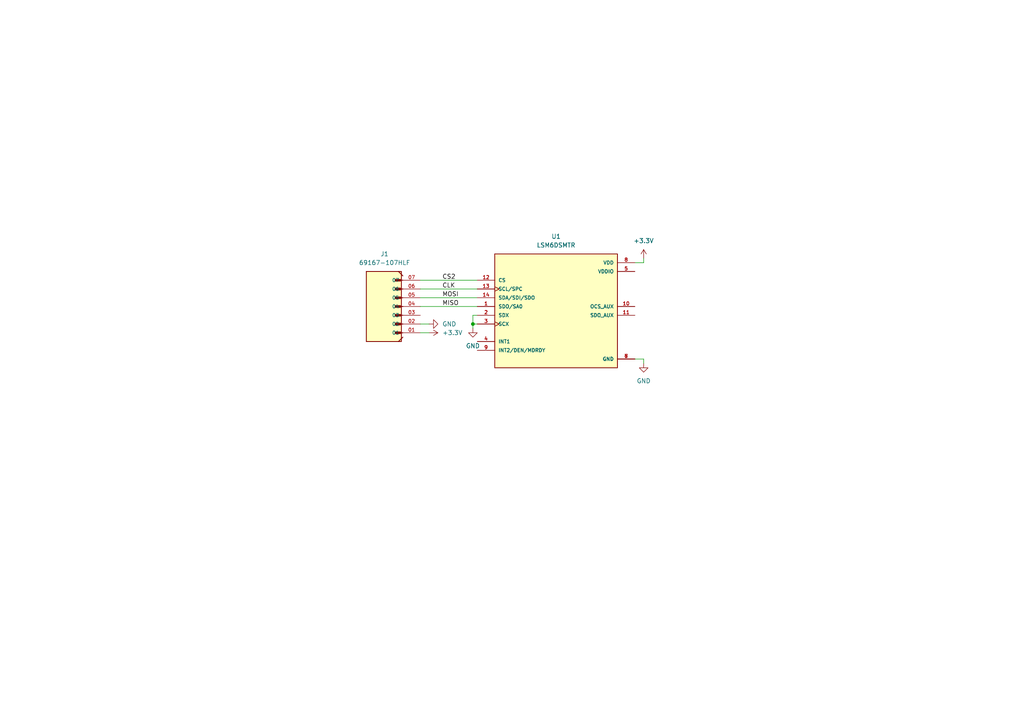
<source format=kicad_sch>
(kicad_sch (version 20230121) (generator eeschema)
  (paper "A4")
  (lib_symbols
    (symbol "69167-107HLF:69167-107HLF" (pin_names (offset 1.016))
      (property "Reference" "J" (at -5.58 10.16 0))
      (property "Value" "69167-107HLF" (at -5.08 -12.7 0))
      (symbol "69167-107HLF_0_0"
        (rectangle (start -4.647 -10.16) (end 5.513 10.16) (stroke (width 0.254)) (fill (type background)))
        (rectangle (start -4.445 -7.9375) (end -2.8575 -7.3025) (stroke (width 0.1)) (fill (type outline)))
        (rectangle (start -4.445 -5.3975) (end -2.8575 -4.7625) (stroke (width 0.1)) (fill (type outline)))
        (rectangle (start -4.445 -2.8575) (end -2.8575 -2.2225) (stroke (width 0.1)) (fill (type outline)))
        (rectangle (start -4.445 -0.3175) (end -2.8575 0.3175) (stroke (width 0.1)) (fill (type outline)))
        (rectangle (start -4.445 2.2225) (end -2.8575 2.8575) (stroke (width 0.1)) (fill (type outline)))
        (rectangle (start -4.445 4.7625) (end -2.8575 5.3975) (stroke (width 0.1)) (fill (type outline)))
        (rectangle (start -4.445 7.3025) (end -2.8575 7.9375) (stroke (width 0.1)) (fill (type outline)))
        (polyline (pts (xy -5.08 -8.89) (xy -3.81 -10.16)) (stroke (width 0.254)))
        (polyline (pts (xy -5.08 -7.62) (xy -3.175 -7.62)) (stroke (width 0.254)))
        (polyline (pts (xy -5.08 -5.08) (xy -3.175 -5.08)) (stroke (width 0.254)))
        (polyline (pts (xy -5.08 -2.54) (xy -3.175 -2.54)) (stroke (width 0.254)))
        (polyline (pts (xy -5.08 0) (xy -3.175 0)) (stroke (width 0.254)))
        (polyline (pts (xy -5.08 2.54) (xy -3.175 2.54)) (stroke (width 0.254)))
        (polyline (pts (xy -5.08 5.08) (xy -3.175 5.08)) (stroke (width 0.254)))
        (polyline (pts (xy -5.08 7.62) (xy -3.175 7.62)) (stroke (width 0.254)))
        (polyline (pts (xy -5.08 8.89) (xy -3.81 10.16)) (stroke (width 0.254)))
        (pin passive line (at -10.16 7.62 0) (length 5.08) (name "01") (number "01"))
        (pin passive line (at -10.16 5.08 0) (length 5.08) (name "02") (number "02"))
        (pin passive line (at -10.16 2.54 0) (length 5.08) (name "03") (number "03"))
        (pin passive line (at -10.16 0 0) (length 5.08) (name "04") (number "04"))
        (pin passive line (at -10.16 -2.54 0) (length 5.08) (name "05") (number "05"))
        (pin passive line (at -10.16 -5.08 0) (length 5.08) (name "06") (number "06"))
        (pin passive line (at -10.16 -7.62 0) (length 5.08) (name "07") (number "07"))
      )
    )
    (symbol "LSM6DSMTR:LSM6DSMTR" (pin_names (offset 1.016))
      (property "Reference" "U" (at -17.78 16.51 0))
      (property "Value" "LSM6DSMTR" (at -17.78 -21.59 0))
      (symbol "LSM6DSMTR_0_0"
        (rectangle (start -17.78 -17.78) (end 17.78 15.24) (stroke (width 0.254)) (fill (type background)))
        (pin bidirectional line (at -22.86 0 0) (length 5.08) (name "SDO/SA0") (number "1"))
        (pin input line (at 22.86 0 180) (length 5.08) (name "OCS_AUX") (number "10"))
        (pin bidirectional line (at 22.86 -2.54 180) (length 5.08) (name "SDO_AUX") (number "11"))
        (pin input line (at -22.86 7.62 0) (length 5.08) (name "CS") (number "12"))
        (pin input clock (at -22.86 5.08 0) (length 5.08) (name "SCL/SPC") (number "13"))
        (pin bidirectional line (at -22.86 2.54 0) (length 5.08) (name "SDA/SDI/SDO") (number "14"))
        (pin bidirectional line (at -22.86 -2.54 0) (length 5.08) (name "SDX") (number "2"))
        (pin bidirectional clock (at -22.86 -5.08 0) (length 5.08) (name "SCX") (number "3"))
        (pin input line (at -22.86 -10.16 0) (length 5.08) (name "INT1") (number "4"))
        (pin power_in line (at 22.86 10.16 180) (length 5.08) (name "VDDIO") (number "5"))
        (pin power_in line (at 22.86 -15.24 180) (length 5.08) (name "GND") (number "6"))
        (pin power_in line (at 22.86 -15.24 180) (length 5.08) (name "GND") (number "7"))
        (pin power_in line (at 22.86 12.7 180) (length 5.08) (name "VDD") (number "8"))
        (pin input line (at -22.86 -12.7 0) (length 5.08) (name "INT2/DEN/MDRDY") (number "9"))
      )
    )
    (symbol "power:+3.3V" (power) (pin_names (offset 0))
      (property "Value" "+3.3V" (at 0 3.556 0))
      (symbol "+3.3V_0_1"
        (polyline (pts (xy -0.762 1.27) (xy 0 2.54)))
        (polyline (pts (xy 0 0) (xy 0 2.54)))
        (polyline (pts (xy 0 2.54) (xy 0.762 1.27)))
      )
      (symbol "+3.3V_1_1"
        (pin power_in line (at 0 0 90) (length 0) hide (name "+3.3V") (number "1"))
      )
    )
    (symbol "power:GND" (power) (pin_names (offset 0))
      (property "Value" "GND" (at 0 -3.81 0))
      (symbol "GND_0_1"
        (polyline (pts (xy 0 0) (xy 0 -1.27) (xy 1.27 -1.27) (xy 0 -2.54) (xy -1.27 -1.27) (xy 0 -1.27)))
      )
      (symbol "GND_1_1"
        (pin power_in line (at 0 0 270) (length 0) hide (name "GND") (number "1"))
      )
    )
  )
  (junction (at 137.16 93.98))
  (wire (pts (xy 137.16 93.98) (xy 138.43 93.98)))
  (wire (pts (xy 121.92 96.52) (xy 124.46 96.52)))
  (wire (pts (xy 184.15 104.14) (xy 186.69 104.14)))
  (wire (pts (xy 186.69 74.93) (xy 186.69 76.2)))
  (wire (pts (xy 121.92 88.9) (xy 138.43 88.9)))
  (wire (pts (xy 137.16 93.98) (xy 137.16 91.44)))
  (wire (pts (xy 186.69 104.14) (xy 186.69 105.41)))
  (wire (pts (xy 121.92 93.98) (xy 124.46 93.98)))
  (wire (pts (xy 137.16 95.25) (xy 137.16 93.98)))
  (wire (pts (xy 186.69 76.2) (xy 184.15 76.2)))
  (wire (pts (xy 121.92 81.28) (xy 138.43 81.28)))
  (wire (pts (xy 137.16 91.44) (xy 138.43 91.44)))
  (wire (pts (xy 121.92 83.82) (xy 138.43 83.82)))
  (wire (pts (xy 121.92 86.36) (xy 138.43 86.36)))
  (label "MOSI" (at 128.27 86.36 0))
  (label "CS2" (at 128.27 81.28 0))
  (label "CLK" (at 128.27 83.82 0))
  (label "MISO" (at 128.27 88.9 0))
  (symbol (lib_id "69167-107HLF:69167-107HLF") (at 111.76 88.9 180) (unit 1)
    (property "Reference" "J1" (at 111.5435 73.66 0))
    (property "Value" "69167-107HLF" (at 111.5435 76.2 0))
    (property "Footprint" "69167-107HLF:AMPHENOL_69167-107HLF" (effects hide))
    (property "MF" "Amphenol CS (FCI)" (effects hide))
    (property "Description" "\nPV Shrouded Header, Wire to Board connector, 2 Wall Shrouded Header - Through Hole - Single row - 7 Positions 2.54mm - Vertical.\n" (effects hide))
    (property "Package" "None" (effects hide))
    (property "Price" "None" (effects hide))
    (property "Check_prices" "https://www.snapeda.com/parts/69167-107HLF/Amphenol+FCI/view-part/?ref=eda" (effects hide))
    (property "STANDARD" "Manufacturer Recommendations" (effects hide))
    (property "PARTREV" "W" (effects hide))
    (property "SnapEDA_Link" "https://www.snapeda.com/parts/69167-107HLF/Amphenol+FCI/view-part/?ref=snap" (effects hide))
    (property "MP" "69167-107HLF" (effects hide))
    (property "Purchase-URL" "https://www.snapeda.com/api/url_track_click_mouser/?unipart_id=9742722&manufacturer=Amphenol CS (FCI)&part_name=69167-107HLF&search_term=69167-107hlf" (effects hide))
    (property "Availability" "In Stock" (effects hide))
    (property "MANUFACTURER" "Amphenol CS (FCI)" (effects hide))
  )
  (symbol (lib_id "power:GND") (at 186.69 105.41 0) (unit 1)
    (property "Reference" "#PWR05" (effects hide))
    (property "Value" "GND" (at 186.69 110.49 0))
  )
  (symbol (lib_id "power:GND") (at 137.16 95.25 0) (unit 1)
    (property "Reference" "#PWR03" (effects hide))
    (property "Value" "GND" (at 137.16 100.33 0))
  )
  (symbol (lib_id "LSM6DSMTR:LSM6DSMTR") (at 161.29 88.9 0) (unit 1)
    (property "Reference" "U1" (at 161.29 68.58 0))
    (property "Value" "LSM6DSMTR" (at 161.29 71.12 0))
    (property "Footprint" "LSM6DSMTR (1):PQFN50P300X250X86-14N" (effects hide))
    (property "MF" "STMicroelectronics" (effects hide))
    (property "MAXIMUM_PACKAGE_HEIGHT" "0.86 mm" (effects hide))
    (property "Package" "VFLGA-14 STMicroelectronics" (effects hide))
    (property "Price" "None" (effects hide))
    (property "Check_prices" "https://www.snapeda.com/parts/LSM6DSMTR/STMicroelectronics/view-part/?ref=eda" (effects hide))
    (property "STANDARD" "IPC 7351B" (effects hide))
    (property "PARTREV" "Rev 7" (effects hide))
    (property "SnapEDA_Link" "https://www.snapeda.com/parts/LSM6DSMTR/STMicroelectronics/view-part/?ref=snap" (effects hide))
    (property "MP" "LSM6DSMTR" (effects hide))
    (property "Purchase-URL" "https://www.snapeda.com/api/url_track_click_mouser/?unipart_id=581716&manufacturer=STMicroelectronics&part_name=LSM6DSMTR&search_term=None" (effects hide))
    (property "Description" "\nAccelerometer, Gyroscope, Temperature, 6 Axis Sensor I2C, SPI Output\n" (effects hide))
    (property "Availability" "In Stock" (effects hide))
    (property "MANUFACTURER" "STMicroelectronics" (effects hide))
  )
  (symbol (lib_id "power:+3.3V") (at 124.46 96.52 270) (unit 1)
    (property "Reference" "#PWR02" (effects hide))
    (property "Value" "+3.3V" (at 128.27 96.52 90) (effects (justify left)))
  )
  (symbol (lib_id "power:GND") (at 124.46 93.98 90) (unit 1)
    (property "Reference" "#PWR01" (effects hide))
    (property "Value" "GND" (at 128.27 93.98 90) (effects (justify right)))
  )
  (symbol (lib_id "power:+3.3V") (at 186.69 74.93 0) (unit 1)
    (property "Reference" "#PWR04" (effects hide))
    (property "Value" "+3.3V" (at 186.69 69.85 0))
  )
)
</source>
